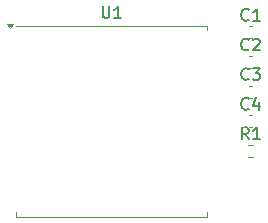
<source format=gto>
G04 #@! TF.GenerationSoftware,KiCad,Pcbnew,9.0.1+1*
G04 #@! TF.CreationDate,2025-11-10T10:51:35+00:00*
G04 #@! TF.ProjectId,lora,6c6f7261-2e6b-4696-9361-645f70636258,rev?*
G04 #@! TF.SameCoordinates,Original*
G04 #@! TF.FileFunction,Legend,Top*
G04 #@! TF.FilePolarity,Positive*
%FSLAX46Y46*%
G04 Gerber Fmt 4.6, Leading zero omitted, Abs format (unit mm)*
G04 Created by KiCad (PCBNEW 9.0.1+1) date 2025-11-10 10:51:35*
%MOMM*%
%LPD*%
G01*
G04 APERTURE LIST*
%ADD10C,0.150000*%
%ADD11C,0.120000*%
G04 APERTURE END LIST*
D10*
X100608333Y-79319580D02*
X100560714Y-79367200D01*
X100560714Y-79367200D02*
X100417857Y-79414819D01*
X100417857Y-79414819D02*
X100322619Y-79414819D01*
X100322619Y-79414819D02*
X100179762Y-79367200D01*
X100179762Y-79367200D02*
X100084524Y-79271961D01*
X100084524Y-79271961D02*
X100036905Y-79176723D01*
X100036905Y-79176723D02*
X99989286Y-78986247D01*
X99989286Y-78986247D02*
X99989286Y-78843390D01*
X99989286Y-78843390D02*
X100036905Y-78652914D01*
X100036905Y-78652914D02*
X100084524Y-78557676D01*
X100084524Y-78557676D02*
X100179762Y-78462438D01*
X100179762Y-78462438D02*
X100322619Y-78414819D01*
X100322619Y-78414819D02*
X100417857Y-78414819D01*
X100417857Y-78414819D02*
X100560714Y-78462438D01*
X100560714Y-78462438D02*
X100608333Y-78510057D01*
X101465476Y-78748152D02*
X101465476Y-79414819D01*
X101227381Y-78367200D02*
X100989286Y-79081485D01*
X100989286Y-79081485D02*
X101608333Y-79081485D01*
X100608333Y-74299580D02*
X100560714Y-74347200D01*
X100560714Y-74347200D02*
X100417857Y-74394819D01*
X100417857Y-74394819D02*
X100322619Y-74394819D01*
X100322619Y-74394819D02*
X100179762Y-74347200D01*
X100179762Y-74347200D02*
X100084524Y-74251961D01*
X100084524Y-74251961D02*
X100036905Y-74156723D01*
X100036905Y-74156723D02*
X99989286Y-73966247D01*
X99989286Y-73966247D02*
X99989286Y-73823390D01*
X99989286Y-73823390D02*
X100036905Y-73632914D01*
X100036905Y-73632914D02*
X100084524Y-73537676D01*
X100084524Y-73537676D02*
X100179762Y-73442438D01*
X100179762Y-73442438D02*
X100322619Y-73394819D01*
X100322619Y-73394819D02*
X100417857Y-73394819D01*
X100417857Y-73394819D02*
X100560714Y-73442438D01*
X100560714Y-73442438D02*
X100608333Y-73490057D01*
X100989286Y-73490057D02*
X101036905Y-73442438D01*
X101036905Y-73442438D02*
X101132143Y-73394819D01*
X101132143Y-73394819D02*
X101370238Y-73394819D01*
X101370238Y-73394819D02*
X101465476Y-73442438D01*
X101465476Y-73442438D02*
X101513095Y-73490057D01*
X101513095Y-73490057D02*
X101560714Y-73585295D01*
X101560714Y-73585295D02*
X101560714Y-73680533D01*
X101560714Y-73680533D02*
X101513095Y-73823390D01*
X101513095Y-73823390D02*
X100941667Y-74394819D01*
X100941667Y-74394819D02*
X101560714Y-74394819D01*
X88233095Y-70655819D02*
X88233095Y-71465342D01*
X88233095Y-71465342D02*
X88280714Y-71560580D01*
X88280714Y-71560580D02*
X88328333Y-71608200D01*
X88328333Y-71608200D02*
X88423571Y-71655819D01*
X88423571Y-71655819D02*
X88614047Y-71655819D01*
X88614047Y-71655819D02*
X88709285Y-71608200D01*
X88709285Y-71608200D02*
X88756904Y-71560580D01*
X88756904Y-71560580D02*
X88804523Y-71465342D01*
X88804523Y-71465342D02*
X88804523Y-70655819D01*
X89804523Y-71655819D02*
X89233095Y-71655819D01*
X89518809Y-71655819D02*
X89518809Y-70655819D01*
X89518809Y-70655819D02*
X89423571Y-70798676D01*
X89423571Y-70798676D02*
X89328333Y-70893914D01*
X89328333Y-70893914D02*
X89233095Y-70941533D01*
X100608333Y-71789580D02*
X100560714Y-71837200D01*
X100560714Y-71837200D02*
X100417857Y-71884819D01*
X100417857Y-71884819D02*
X100322619Y-71884819D01*
X100322619Y-71884819D02*
X100179762Y-71837200D01*
X100179762Y-71837200D02*
X100084524Y-71741961D01*
X100084524Y-71741961D02*
X100036905Y-71646723D01*
X100036905Y-71646723D02*
X99989286Y-71456247D01*
X99989286Y-71456247D02*
X99989286Y-71313390D01*
X99989286Y-71313390D02*
X100036905Y-71122914D01*
X100036905Y-71122914D02*
X100084524Y-71027676D01*
X100084524Y-71027676D02*
X100179762Y-70932438D01*
X100179762Y-70932438D02*
X100322619Y-70884819D01*
X100322619Y-70884819D02*
X100417857Y-70884819D01*
X100417857Y-70884819D02*
X100560714Y-70932438D01*
X100560714Y-70932438D02*
X100608333Y-70980057D01*
X101560714Y-71884819D02*
X100989286Y-71884819D01*
X101275000Y-71884819D02*
X101275000Y-70884819D01*
X101275000Y-70884819D02*
X101179762Y-71027676D01*
X101179762Y-71027676D02*
X101084524Y-71122914D01*
X101084524Y-71122914D02*
X100989286Y-71170533D01*
X100608333Y-81924819D02*
X100275000Y-81448628D01*
X100036905Y-81924819D02*
X100036905Y-80924819D01*
X100036905Y-80924819D02*
X100417857Y-80924819D01*
X100417857Y-80924819D02*
X100513095Y-80972438D01*
X100513095Y-80972438D02*
X100560714Y-81020057D01*
X100560714Y-81020057D02*
X100608333Y-81115295D01*
X100608333Y-81115295D02*
X100608333Y-81258152D01*
X100608333Y-81258152D02*
X100560714Y-81353390D01*
X100560714Y-81353390D02*
X100513095Y-81401009D01*
X100513095Y-81401009D02*
X100417857Y-81448628D01*
X100417857Y-81448628D02*
X100036905Y-81448628D01*
X101560714Y-81924819D02*
X100989286Y-81924819D01*
X101275000Y-81924819D02*
X101275000Y-80924819D01*
X101275000Y-80924819D02*
X101179762Y-81067676D01*
X101179762Y-81067676D02*
X101084524Y-81162914D01*
X101084524Y-81162914D02*
X100989286Y-81210533D01*
X100608333Y-76809580D02*
X100560714Y-76857200D01*
X100560714Y-76857200D02*
X100417857Y-76904819D01*
X100417857Y-76904819D02*
X100322619Y-76904819D01*
X100322619Y-76904819D02*
X100179762Y-76857200D01*
X100179762Y-76857200D02*
X100084524Y-76761961D01*
X100084524Y-76761961D02*
X100036905Y-76666723D01*
X100036905Y-76666723D02*
X99989286Y-76476247D01*
X99989286Y-76476247D02*
X99989286Y-76333390D01*
X99989286Y-76333390D02*
X100036905Y-76142914D01*
X100036905Y-76142914D02*
X100084524Y-76047676D01*
X100084524Y-76047676D02*
X100179762Y-75952438D01*
X100179762Y-75952438D02*
X100322619Y-75904819D01*
X100322619Y-75904819D02*
X100417857Y-75904819D01*
X100417857Y-75904819D02*
X100560714Y-75952438D01*
X100560714Y-75952438D02*
X100608333Y-76000057D01*
X100941667Y-75904819D02*
X101560714Y-75904819D01*
X101560714Y-75904819D02*
X101227381Y-76285771D01*
X101227381Y-76285771D02*
X101370238Y-76285771D01*
X101370238Y-76285771D02*
X101465476Y-76333390D01*
X101465476Y-76333390D02*
X101513095Y-76381009D01*
X101513095Y-76381009D02*
X101560714Y-76476247D01*
X101560714Y-76476247D02*
X101560714Y-76714342D01*
X101560714Y-76714342D02*
X101513095Y-76809580D01*
X101513095Y-76809580D02*
X101465476Y-76857200D01*
X101465476Y-76857200D02*
X101370238Y-76904819D01*
X101370238Y-76904819D02*
X101084524Y-76904819D01*
X101084524Y-76904819D02*
X100989286Y-76857200D01*
X100989286Y-76857200D02*
X100941667Y-76809580D01*
D11*
X100634420Y-79880000D02*
X100915580Y-79880000D01*
X100634420Y-80900000D02*
X100915580Y-80900000D01*
X100634420Y-74860000D02*
X100915580Y-74860000D01*
X100634420Y-75880000D02*
X100915580Y-75880000D01*
X80895000Y-72301000D02*
X97095000Y-72301000D01*
X80895000Y-88101000D02*
X80895000Y-88501000D01*
X80895000Y-88501000D02*
X97095000Y-88501000D01*
X97095000Y-72301000D02*
X97095000Y-72701000D01*
X97095000Y-88501000D02*
X97095000Y-88101000D01*
X80395000Y-72501000D02*
X80155000Y-72165000D01*
X80635000Y-72165000D01*
X80395000Y-72501000D01*
G36*
X80395000Y-72501000D02*
G01*
X80155000Y-72165000D01*
X80635000Y-72165000D01*
X80395000Y-72501000D01*
G37*
X100634420Y-72350000D02*
X100915580Y-72350000D01*
X100634420Y-73370000D02*
X100915580Y-73370000D01*
X100537742Y-82377500D02*
X101012258Y-82377500D01*
X100537742Y-83422500D02*
X101012258Y-83422500D01*
X100634420Y-77370000D02*
X100915580Y-77370000D01*
X100634420Y-78390000D02*
X100915580Y-78390000D01*
%LPC*%
G36*
G01*
X99550000Y-80640000D02*
X99550000Y-80140000D01*
G75*
G02*
X99775000Y-79915000I225000J0D01*
G01*
X100225000Y-79915000D01*
G75*
G02*
X100450000Y-80140000I0J-225000D01*
G01*
X100450000Y-80640000D01*
G75*
G02*
X100225000Y-80865000I-225000J0D01*
G01*
X99775000Y-80865000D01*
G75*
G02*
X99550000Y-80640000I0J225000D01*
G01*
G37*
G36*
G01*
X101100000Y-80640000D02*
X101100000Y-80140000D01*
G75*
G02*
X101325000Y-79915000I225000J0D01*
G01*
X101775000Y-79915000D01*
G75*
G02*
X102000000Y-80140000I0J-225000D01*
G01*
X102000000Y-80640000D01*
G75*
G02*
X101775000Y-80865000I-225000J0D01*
G01*
X101325000Y-80865000D01*
G75*
G02*
X101100000Y-80640000I0J225000D01*
G01*
G37*
G36*
G01*
X99550000Y-75620000D02*
X99550000Y-75120000D01*
G75*
G02*
X99775000Y-74895000I225000J0D01*
G01*
X100225000Y-74895000D01*
G75*
G02*
X100450000Y-75120000I0J-225000D01*
G01*
X100450000Y-75620000D01*
G75*
G02*
X100225000Y-75845000I-225000J0D01*
G01*
X99775000Y-75845000D01*
G75*
G02*
X99550000Y-75620000I0J225000D01*
G01*
G37*
G36*
G01*
X101100000Y-75620000D02*
X101100000Y-75120000D01*
G75*
G02*
X101325000Y-74895000I225000J0D01*
G01*
X101775000Y-74895000D01*
G75*
G02*
X102000000Y-75120000I0J-225000D01*
G01*
X102000000Y-75620000D01*
G75*
G02*
X101775000Y-75845000I-225000J0D01*
G01*
X101325000Y-75845000D01*
G75*
G02*
X101100000Y-75620000I0J225000D01*
G01*
G37*
G36*
G01*
X79995000Y-73718500D02*
X79995000Y-73083500D01*
G75*
G02*
X80312500Y-72766000I317500J0D01*
G01*
X82627500Y-72766000D01*
G75*
G02*
X82945000Y-73083500I0J-317500D01*
G01*
X82945000Y-73718500D01*
G75*
G02*
X82627500Y-74036000I-317500J0D01*
G01*
X80312500Y-74036000D01*
G75*
G02*
X79995000Y-73718500I0J317500D01*
G01*
G37*
G36*
G01*
X79995000Y-75718500D02*
X79995000Y-75083500D01*
G75*
G02*
X80312500Y-74766000I317500J0D01*
G01*
X82627500Y-74766000D01*
G75*
G02*
X82945000Y-75083500I0J-317500D01*
G01*
X82945000Y-75718500D01*
G75*
G02*
X82627500Y-76036000I-317500J0D01*
G01*
X80312500Y-76036000D01*
G75*
G02*
X79995000Y-75718500I0J317500D01*
G01*
G37*
G36*
G01*
X79995000Y-77718500D02*
X79995000Y-77083500D01*
G75*
G02*
X80312500Y-76766000I317500J0D01*
G01*
X82627500Y-76766000D01*
G75*
G02*
X82945000Y-77083500I0J-317500D01*
G01*
X82945000Y-77718500D01*
G75*
G02*
X82627500Y-78036000I-317500J0D01*
G01*
X80312500Y-78036000D01*
G75*
G02*
X79995000Y-77718500I0J317500D01*
G01*
G37*
G36*
G01*
X79995000Y-79718500D02*
X79995000Y-79083500D01*
G75*
G02*
X80312500Y-78766000I317500J0D01*
G01*
X82627500Y-78766000D01*
G75*
G02*
X82945000Y-79083500I0J-317500D01*
G01*
X82945000Y-79718500D01*
G75*
G02*
X82627500Y-80036000I-317500J0D01*
G01*
X80312500Y-80036000D01*
G75*
G02*
X79995000Y-79718500I0J317500D01*
G01*
G37*
G36*
G01*
X79995000Y-81718500D02*
X79995000Y-81083500D01*
G75*
G02*
X80312500Y-80766000I317500J0D01*
G01*
X82627500Y-80766000D01*
G75*
G02*
X82945000Y-81083500I0J-317500D01*
G01*
X82945000Y-81718500D01*
G75*
G02*
X82627500Y-82036000I-317500J0D01*
G01*
X80312500Y-82036000D01*
G75*
G02*
X79995000Y-81718500I0J317500D01*
G01*
G37*
G36*
G01*
X79995000Y-83718500D02*
X79995000Y-83083500D01*
G75*
G02*
X80312500Y-82766000I317500J0D01*
G01*
X82627500Y-82766000D01*
G75*
G02*
X82945000Y-83083500I0J-317500D01*
G01*
X82945000Y-83718500D01*
G75*
G02*
X82627500Y-84036000I-317500J0D01*
G01*
X80312500Y-84036000D01*
G75*
G02*
X79995000Y-83718500I0J317500D01*
G01*
G37*
G36*
G01*
X79995000Y-85718500D02*
X79995000Y-85083500D01*
G75*
G02*
X80312500Y-84766000I317500J0D01*
G01*
X82627500Y-84766000D01*
G75*
G02*
X82945000Y-85083500I0J-317500D01*
G01*
X82945000Y-85718500D01*
G75*
G02*
X82627500Y-86036000I-317500J0D01*
G01*
X80312500Y-86036000D01*
G75*
G02*
X79995000Y-85718500I0J317500D01*
G01*
G37*
G36*
G01*
X79995000Y-87718500D02*
X79995000Y-87083500D01*
G75*
G02*
X80312500Y-86766000I317500J0D01*
G01*
X82627500Y-86766000D01*
G75*
G02*
X82945000Y-87083500I0J-317500D01*
G01*
X82945000Y-87718500D01*
G75*
G02*
X82627500Y-88036000I-317500J0D01*
G01*
X80312500Y-88036000D01*
G75*
G02*
X79995000Y-87718500I0J317500D01*
G01*
G37*
G36*
G01*
X95045000Y-87718500D02*
X95045000Y-87083500D01*
G75*
G02*
X95362500Y-86766000I317500J0D01*
G01*
X97677500Y-86766000D01*
G75*
G02*
X97995000Y-87083500I0J-317500D01*
G01*
X97995000Y-87718500D01*
G75*
G02*
X97677500Y-88036000I-317500J0D01*
G01*
X95362500Y-88036000D01*
G75*
G02*
X95045000Y-87718500I0J317500D01*
G01*
G37*
G36*
G01*
X95045000Y-85718500D02*
X95045000Y-85083500D01*
G75*
G02*
X95362500Y-84766000I317500J0D01*
G01*
X97677500Y-84766000D01*
G75*
G02*
X97995000Y-85083500I0J-317500D01*
G01*
X97995000Y-85718500D01*
G75*
G02*
X97677500Y-86036000I-317500J0D01*
G01*
X95362500Y-86036000D01*
G75*
G02*
X95045000Y-85718500I0J317500D01*
G01*
G37*
G36*
G01*
X95045000Y-83718500D02*
X95045000Y-83083500D01*
G75*
G02*
X95362500Y-82766000I317500J0D01*
G01*
X97677500Y-82766000D01*
G75*
G02*
X97995000Y-83083500I0J-317500D01*
G01*
X97995000Y-83718500D01*
G75*
G02*
X97677500Y-84036000I-317500J0D01*
G01*
X95362500Y-84036000D01*
G75*
G02*
X95045000Y-83718500I0J317500D01*
G01*
G37*
G36*
G01*
X95045000Y-81718500D02*
X95045000Y-81083500D01*
G75*
G02*
X95362500Y-80766000I317500J0D01*
G01*
X97677500Y-80766000D01*
G75*
G02*
X97995000Y-81083500I0J-317500D01*
G01*
X97995000Y-81718500D01*
G75*
G02*
X97677500Y-82036000I-317500J0D01*
G01*
X95362500Y-82036000D01*
G75*
G02*
X95045000Y-81718500I0J317500D01*
G01*
G37*
G36*
G01*
X95045000Y-79718500D02*
X95045000Y-79083500D01*
G75*
G02*
X95362500Y-78766000I317500J0D01*
G01*
X97677500Y-78766000D01*
G75*
G02*
X97995000Y-79083500I0J-317500D01*
G01*
X97995000Y-79718500D01*
G75*
G02*
X97677500Y-80036000I-317500J0D01*
G01*
X95362500Y-80036000D01*
G75*
G02*
X95045000Y-79718500I0J317500D01*
G01*
G37*
G36*
G01*
X95045000Y-77718500D02*
X95045000Y-77083500D01*
G75*
G02*
X95362500Y-76766000I317500J0D01*
G01*
X97677500Y-76766000D01*
G75*
G02*
X97995000Y-77083500I0J-317500D01*
G01*
X97995000Y-77718500D01*
G75*
G02*
X97677500Y-78036000I-317500J0D01*
G01*
X95362500Y-78036000D01*
G75*
G02*
X95045000Y-77718500I0J317500D01*
G01*
G37*
G36*
G01*
X95045000Y-75718500D02*
X95045000Y-75083500D01*
G75*
G02*
X95362500Y-74766000I317500J0D01*
G01*
X97677500Y-74766000D01*
G75*
G02*
X97995000Y-75083500I0J-317500D01*
G01*
X97995000Y-75718500D01*
G75*
G02*
X97677500Y-76036000I-317500J0D01*
G01*
X95362500Y-76036000D01*
G75*
G02*
X95045000Y-75718500I0J317500D01*
G01*
G37*
G36*
G01*
X95045000Y-73718500D02*
X95045000Y-73083500D01*
G75*
G02*
X95362500Y-72766000I317500J0D01*
G01*
X97677500Y-72766000D01*
G75*
G02*
X97995000Y-73083500I0J-317500D01*
G01*
X97995000Y-73718500D01*
G75*
G02*
X97677500Y-74036000I-317500J0D01*
G01*
X95362500Y-74036000D01*
G75*
G02*
X95045000Y-73718500I0J317500D01*
G01*
G37*
G36*
G01*
X99550000Y-73110000D02*
X99550000Y-72610000D01*
G75*
G02*
X99775000Y-72385000I225000J0D01*
G01*
X100225000Y-72385000D01*
G75*
G02*
X100450000Y-72610000I0J-225000D01*
G01*
X100450000Y-73110000D01*
G75*
G02*
X100225000Y-73335000I-225000J0D01*
G01*
X99775000Y-73335000D01*
G75*
G02*
X99550000Y-73110000I0J225000D01*
G01*
G37*
G36*
G01*
X101100000Y-73110000D02*
X101100000Y-72610000D01*
G75*
G02*
X101325000Y-72385000I225000J0D01*
G01*
X101775000Y-72385000D01*
G75*
G02*
X102000000Y-72610000I0J-225000D01*
G01*
X102000000Y-73110000D01*
G75*
G02*
X101775000Y-73335000I-225000J0D01*
G01*
X101325000Y-73335000D01*
G75*
G02*
X101100000Y-73110000I0J225000D01*
G01*
G37*
G36*
G01*
X99550000Y-83175000D02*
X99550000Y-82625000D01*
G75*
G02*
X99750000Y-82425000I200000J0D01*
G01*
X100150000Y-82425000D01*
G75*
G02*
X100350000Y-82625000I0J-200000D01*
G01*
X100350000Y-83175000D01*
G75*
G02*
X100150000Y-83375000I-200000J0D01*
G01*
X99750000Y-83375000D01*
G75*
G02*
X99550000Y-83175000I0J200000D01*
G01*
G37*
G36*
G01*
X101200000Y-83175000D02*
X101200000Y-82625000D01*
G75*
G02*
X101400000Y-82425000I200000J0D01*
G01*
X101800000Y-82425000D01*
G75*
G02*
X102000000Y-82625000I0J-200000D01*
G01*
X102000000Y-83175000D01*
G75*
G02*
X101800000Y-83375000I-200000J0D01*
G01*
X101400000Y-83375000D01*
G75*
G02*
X101200000Y-83175000I0J200000D01*
G01*
G37*
G36*
G01*
X99550000Y-78130000D02*
X99550000Y-77630000D01*
G75*
G02*
X99775000Y-77405000I225000J0D01*
G01*
X100225000Y-77405000D01*
G75*
G02*
X100450000Y-77630000I0J-225000D01*
G01*
X100450000Y-78130000D01*
G75*
G02*
X100225000Y-78355000I-225000J0D01*
G01*
X99775000Y-78355000D01*
G75*
G02*
X99550000Y-78130000I0J225000D01*
G01*
G37*
G36*
G01*
X101100000Y-78130000D02*
X101100000Y-77630000D01*
G75*
G02*
X101325000Y-77405000I225000J0D01*
G01*
X101775000Y-77405000D01*
G75*
G02*
X102000000Y-77630000I0J-225000D01*
G01*
X102000000Y-78130000D01*
G75*
G02*
X101775000Y-78355000I-225000J0D01*
G01*
X101325000Y-78355000D01*
G75*
G02*
X101100000Y-78130000I0J225000D01*
G01*
G37*
%LPD*%
M02*

</source>
